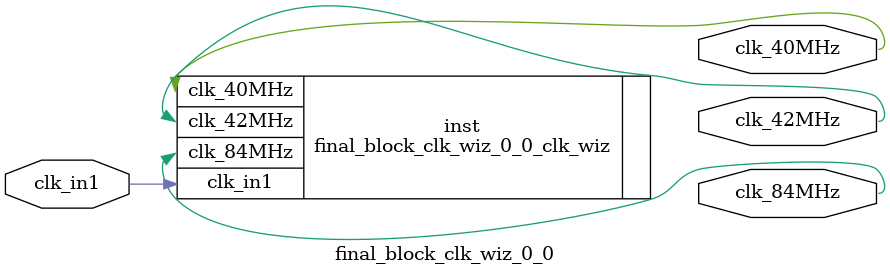
<source format=v>


`timescale 1ps/1ps

(* CORE_GENERATION_INFO = "final_block_clk_wiz_0_0,clk_wiz_v6_0_14_0_0,{component_name=final_block_clk_wiz_0_0,use_phase_alignment=true,use_min_o_jitter=false,use_max_i_jitter=false,use_dyn_phase_shift=false,use_inclk_switchover=false,use_dyn_reconfig=false,enable_axi=0,feedback_source=FDBK_AUTO,PRIMITIVE=MMCM,num_out_clk=3,clkin1_period=8.000,clkin2_period=10.000,use_power_down=false,use_reset=false,use_locked=false,use_inclk_stopped=false,feedback_type=SINGLE,CLOCK_MGR_TYPE=NA,manual_override=false}" *)

module final_block_clk_wiz_0_0 
 (
  // Clock out ports
  output        clk_42MHz,
  output        clk_84MHz,
  output        clk_40MHz,
 // Clock in ports
  input         clk_in1
 );

  final_block_clk_wiz_0_0_clk_wiz inst
  (
  // Clock out ports  
  .clk_42MHz(clk_42MHz),
  .clk_84MHz(clk_84MHz),
  .clk_40MHz(clk_40MHz),
 // Clock in ports
  .clk_in1(clk_in1)
  );

endmodule

</source>
